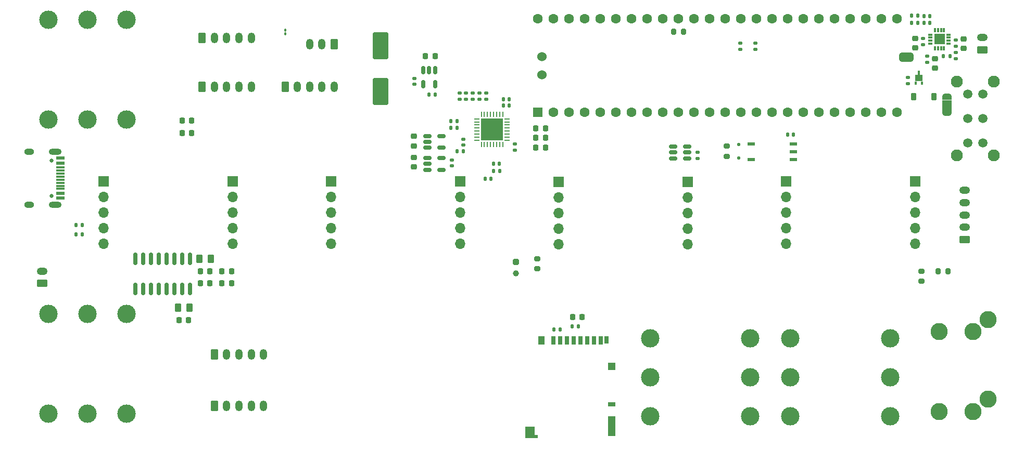
<source format=gts>
%TF.GenerationSoftware,KiCad,Pcbnew,9.0.1*%
%TF.CreationDate,2026-02-21T23:53:56+05:00*%
%TF.ProjectId,toern_revF,746f6572-6e5f-4726-9576-462e6b696361,rev?*%
%TF.SameCoordinates,Original*%
%TF.FileFunction,Soldermask,Top*%
%TF.FilePolarity,Negative*%
%FSLAX46Y46*%
G04 Gerber Fmt 4.6, Leading zero omitted, Abs format (unit mm)*
G04 Created by KiCad (PCBNEW 9.0.1) date 2026-02-21 23:53:56*
%MOMM*%
%LPD*%
G01*
G04 APERTURE LIST*
G04 Aperture macros list*
%AMRoundRect*
0 Rectangle with rounded corners*
0 $1 Rounding radius*
0 $2 $3 $4 $5 $6 $7 $8 $9 X,Y pos of 4 corners*
0 Add a 4 corners polygon primitive as box body*
4,1,4,$2,$3,$4,$5,$6,$7,$8,$9,$2,$3,0*
0 Add four circle primitives for the rounded corners*
1,1,$1+$1,$2,$3*
1,1,$1+$1,$4,$5*
1,1,$1+$1,$6,$7*
1,1,$1+$1,$8,$9*
0 Add four rect primitives between the rounded corners*
20,1,$1+$1,$2,$3,$4,$5,0*
20,1,$1+$1,$4,$5,$6,$7,0*
20,1,$1+$1,$6,$7,$8,$9,0*
20,1,$1+$1,$8,$9,$2,$3,0*%
%AMRotRect*
0 Rectangle, with rotation*
0 The origin of the aperture is its center*
0 $1 length*
0 $2 width*
0 $3 Rotation angle, in degrees counterclockwise*
0 Add horizontal line*
21,1,$1,$2,0,0,$3*%
%AMFreePoly0*
4,1,23,0.000000,0.745722,0.065263,0.745722,0.191342,0.711940,0.304381,0.646677,0.396677,0.554381,0.461940,0.441342,0.495722,0.315263,0.495722,0.250000,0.500000,0.250000,0.500000,-0.250000,0.495722,-0.250000,0.495722,-0.315263,0.461940,-0.441342,0.396677,-0.554381,0.304381,-0.646677,0.191342,-0.711940,0.065263,-0.745722,0.000000,-0.745722,0.000000,-0.750000,-0.550000,-0.750000,
-0.550000,0.750000,0.000000,0.750000,0.000000,0.745722,0.000000,0.745722,$1*%
%AMFreePoly1*
4,1,23,0.550000,-0.750000,0.000000,-0.750000,0.000000,-0.745722,-0.065263,-0.745722,-0.191342,-0.711940,-0.304381,-0.646677,-0.396677,-0.554381,-0.461940,-0.441342,-0.495722,-0.315263,-0.495722,-0.250000,-0.500000,-0.250000,-0.500000,0.250000,-0.495722,0.250000,-0.495722,0.315263,-0.461940,0.441342,-0.396677,0.554381,-0.304381,0.646677,-0.191342,0.711940,-0.065263,0.745722,0.000000,0.745722,
0.000000,0.750000,0.550000,0.750000,0.550000,-0.750000,0.550000,-0.750000,$1*%
%AMFreePoly2*
4,1,23,0.500000,-0.750000,0.000000,-0.750000,0.000000,-0.745722,-0.065263,-0.745722,-0.191342,-0.711940,-0.304381,-0.646677,-0.396677,-0.554381,-0.461940,-0.441342,-0.495722,-0.315263,-0.495722,-0.250000,-0.500000,-0.250000,-0.500000,0.250000,-0.495722,0.250000,-0.495722,0.315263,-0.461940,0.441342,-0.396677,0.554381,-0.304381,0.646677,-0.191342,0.711940,-0.065263,0.745722,0.000000,0.745722,
0.000000,0.750000,0.500000,0.750000,0.500000,-0.750000,0.500000,-0.750000,$1*%
%AMFreePoly3*
4,1,23,0.000000,0.745722,0.065263,0.745722,0.191342,0.711940,0.304381,0.646677,0.396677,0.554381,0.461940,0.441342,0.495722,0.315263,0.495722,0.250000,0.500000,0.250000,0.500000,-0.250000,0.495722,-0.250000,0.495722,-0.315263,0.461940,-0.441342,0.396677,-0.554381,0.304381,-0.646677,0.191342,-0.711940,0.065263,-0.745722,0.000000,-0.745722,0.000000,-0.750000,-0.500000,-0.750000,
-0.500000,0.750000,0.000000,0.750000,0.000000,0.745722,0.000000,0.745722,$1*%
G04 Aperture macros list end*
%ADD10FreePoly0,90.000000*%
%ADD11R,1.500000X1.000000*%
%ADD12FreePoly1,90.000000*%
%ADD13R,1.300000X1.000000*%
%ADD14R,0.310000X0.650000*%
%ADD15R,0.310000X0.500000*%
%ADD16C,1.500000*%
%ADD17C,1.950000*%
%ADD18FreePoly2,180.000000*%
%ADD19FreePoly3,180.000000*%
%ADD20R,0.800000X0.300000*%
%ADD21R,0.300000X0.800000*%
%ADD22R,1.800000X1.800000*%
%ADD23RoundRect,0.135000X-0.185000X0.135000X-0.185000X-0.135000X0.185000X-0.135000X0.185000X0.135000X0*%
%ADD24RoundRect,0.225000X0.225000X0.375000X-0.225000X0.375000X-0.225000X-0.375000X0.225000X-0.375000X0*%
%ADD25RoundRect,0.250000X-0.250000X0.250000X-0.250000X-0.250000X0.250000X-0.250000X0.250000X0.250000X0*%
%ADD26C,1.000000*%
%ADD27RoundRect,0.140000X-0.140000X-0.170000X0.140000X-0.170000X0.140000X0.170000X-0.140000X0.170000X0*%
%ADD28RoundRect,0.200000X-0.275000X0.200000X-0.275000X-0.200000X0.275000X-0.200000X0.275000X0.200000X0*%
%ADD29RoundRect,0.225000X-0.250000X0.225000X-0.250000X-0.225000X0.250000X-0.225000X0.250000X0.225000X0*%
%ADD30RoundRect,0.140000X0.170000X-0.140000X0.170000X0.140000X-0.170000X0.140000X-0.170000X-0.140000X0*%
%ADD31RoundRect,0.135000X-0.135000X-0.185000X0.135000X-0.185000X0.135000X0.185000X-0.135000X0.185000X0*%
%ADD32RoundRect,0.250000X0.625000X-0.350000X0.625000X0.350000X-0.625000X0.350000X-0.625000X-0.350000X0*%
%ADD33O,1.750000X1.200000*%
%ADD34RoundRect,0.250000X-0.350000X-0.625000X0.350000X-0.625000X0.350000X0.625000X-0.350000X0.625000X0*%
%ADD35O,1.200000X1.750000*%
%ADD36RoundRect,0.225000X0.225000X0.250000X-0.225000X0.250000X-0.225000X-0.250000X0.225000X-0.250000X0*%
%ADD37C,0.650000*%
%ADD38R,1.450000X0.600000*%
%ADD39R,1.450000X0.300000*%
%ADD40O,2.100000X1.000000*%
%ADD41O,1.600000X1.000000*%
%ADD42R,1.700000X1.700000*%
%ADD43O,1.700000X1.700000*%
%ADD44C,2.800000*%
%ADD45RoundRect,0.140000X0.140000X0.170000X-0.140000X0.170000X-0.140000X-0.170000X0.140000X-0.170000X0*%
%ADD46RoundRect,0.140000X-0.170000X0.140000X-0.170000X-0.140000X0.170000X-0.140000X0.170000X0.140000X0*%
%ADD47RoundRect,0.150000X-0.512500X-0.150000X0.512500X-0.150000X0.512500X0.150000X-0.512500X0.150000X0*%
%ADD48RoundRect,0.225000X-0.225000X-0.250000X0.225000X-0.250000X0.225000X0.250000X-0.225000X0.250000X0*%
%ADD49RoundRect,0.100000X-0.100000X0.130000X-0.100000X-0.130000X0.100000X-0.130000X0.100000X0.130000X0*%
%ADD50RoundRect,0.147500X0.147500X0.172500X-0.147500X0.172500X-0.147500X-0.172500X0.147500X-0.172500X0*%
%ADD51R,1.208024X0.466344*%
%ADD52RoundRect,0.250000X0.350000X0.625000X-0.350000X0.625000X-0.350000X-0.625000X0.350000X-0.625000X0*%
%ADD53C,3.000000*%
%ADD54RoundRect,0.250000X0.262500X0.450000X-0.262500X0.450000X-0.262500X-0.450000X0.262500X-0.450000X0*%
%ADD55RoundRect,0.150000X-0.150000X0.512500X-0.150000X-0.512500X0.150000X-0.512500X0.150000X0.512500X0*%
%ADD56RoundRect,0.200000X-0.200000X-0.275000X0.200000X-0.275000X0.200000X0.275000X-0.200000X0.275000X0*%
%ADD57RoundRect,0.250000X-1.000000X1.950000X-1.000000X-1.950000X1.000000X-1.950000X1.000000X1.950000X0*%
%ADD58RoundRect,0.135000X0.135000X0.185000X-0.135000X0.185000X-0.135000X-0.185000X0.135000X-0.185000X0*%
%ADD59RoundRect,0.150000X0.150000X-0.825000X0.150000X0.825000X-0.150000X0.825000X-0.150000X-0.825000X0*%
%ADD60RoundRect,0.125000X-0.125000X0.125000X-0.125000X-0.125000X0.125000X-0.125000X0.125000X0.125000X0*%
%ADD61RoundRect,0.062500X0.062500X-0.337500X0.062500X0.337500X-0.062500X0.337500X-0.062500X-0.337500X0*%
%ADD62RoundRect,0.062500X0.337500X-0.062500X0.337500X0.062500X-0.337500X0.062500X-0.337500X-0.062500X0*%
%ADD63R,3.600000X3.600000*%
%ADD64R,0.700000X1.400000*%
%ADD65R,0.700000X1.200000*%
%ADD66R,1.200000X0.800000*%
%ADD67R,1.500000X1.900000*%
%ADD68RotRect,0.200000X0.200000X45.000000*%
%ADD69R,0.500000X0.500000*%
%ADD70R,1.000000X1.400000*%
%ADD71R,1.200000X1.200000*%
%ADD72R,1.200000X3.200000*%
%ADD73RoundRect,0.135000X0.185000X-0.135000X0.185000X0.135000X-0.185000X0.135000X-0.185000X-0.135000X0*%
%ADD74R,1.600000X1.600000*%
%ADD75C,1.600000*%
%ADD76C,1.524000*%
G04 APERTURE END LIST*
G36*
X181417500Y-41675000D02*
G01*
X182917500Y-41675000D01*
X182917500Y-40175000D01*
X181417500Y-40175000D01*
X181417500Y-41675000D01*
G37*
G36*
X175700000Y-33875000D02*
G01*
X175400000Y-33875000D01*
X175400000Y-32375000D01*
X175700000Y-32375000D01*
X175700000Y-33875000D01*
G37*
D10*
X182167500Y-39625000D03*
D11*
X182167500Y-40925000D03*
D12*
X182167500Y-42225000D03*
D13*
X177575000Y-36525000D03*
D14*
X177575000Y-35700000D03*
D15*
X178075000Y-37425000D03*
X177075000Y-37425000D03*
D16*
X188000000Y-47150000D03*
X188000000Y-43150000D03*
X188000000Y-39150000D03*
X185500000Y-39150000D03*
X185500000Y-43150000D03*
X185500000Y-47150000D03*
D17*
X189750000Y-49150000D03*
X183750000Y-49150000D03*
X189750000Y-37150000D03*
X183750000Y-37150000D03*
D18*
X176200000Y-33125000D03*
D19*
X174900000Y-33125000D03*
D20*
X182425000Y-30975000D03*
X182425000Y-30475000D03*
X182425000Y-29975000D03*
X182425000Y-29475000D03*
D21*
X181675000Y-28725000D03*
X181175000Y-28725000D03*
X180675000Y-28725000D03*
X180175000Y-28725000D03*
D20*
X179425000Y-29475000D03*
X179425000Y-29975000D03*
X179425000Y-30475000D03*
X179425000Y-30975000D03*
D21*
X180175000Y-31725000D03*
X180675000Y-31725000D03*
X181175000Y-31725000D03*
X181675000Y-31725000D03*
D22*
X180925000Y-30225000D03*
D23*
X175775000Y-36415000D03*
X175775000Y-37435000D03*
D24*
X180050000Y-39625000D03*
X176750000Y-39625000D03*
D23*
X151000000Y-30902500D03*
X151000000Y-31922500D03*
D25*
X112000000Y-66500000D03*
D26*
X112000000Y-68400000D03*
D27*
X102500000Y-48500000D03*
X103460000Y-48500000D03*
D28*
X115500000Y-66000000D03*
X115500000Y-67650000D03*
D29*
X184875000Y-30200000D03*
X184875000Y-31750000D03*
D30*
X95565000Y-37552500D03*
X95565000Y-36592500D03*
D31*
X101480000Y-43540000D03*
X102500000Y-43540000D03*
D32*
X185000000Y-62865836D03*
D33*
X185000000Y-60865836D03*
X185000000Y-58865836D03*
X185000000Y-56865836D03*
X185000000Y-54865836D03*
D34*
X63000000Y-81600000D03*
D35*
X65000000Y-81600000D03*
X67000000Y-81600000D03*
X69000000Y-81600000D03*
X71000000Y-81600000D03*
D36*
X59275000Y-43500000D03*
X57725000Y-43500000D03*
D28*
X178000000Y-68000000D03*
X178000000Y-69650000D03*
D34*
X63000000Y-90000000D03*
D35*
X65000000Y-90000000D03*
X67000000Y-90000000D03*
X69000000Y-90000000D03*
X71000000Y-90000000D03*
D36*
X116830000Y-47850000D03*
X115280000Y-47850000D03*
D37*
X36550000Y-49970000D03*
X36550000Y-55750000D03*
D38*
X37995000Y-49610000D03*
X37995000Y-50410000D03*
D39*
X37995000Y-51610000D03*
X37995000Y-52610000D03*
X37995000Y-53110000D03*
X37995000Y-54110000D03*
D38*
X37995000Y-55310000D03*
X37995000Y-56110000D03*
X37995000Y-56110000D03*
X37995000Y-55310000D03*
D39*
X37995000Y-54610000D03*
X37995000Y-53610000D03*
X37995000Y-52110000D03*
X37995000Y-51110000D03*
D38*
X37995000Y-50410000D03*
X37995000Y-49610000D03*
D40*
X37080000Y-48540000D03*
D41*
X32900000Y-48540000D03*
D40*
X37080000Y-57180000D03*
D41*
X32900000Y-57180000D03*
D23*
X103920000Y-39000000D03*
X103920000Y-40020000D03*
D42*
X82000000Y-53425000D03*
X103000000Y-53425051D03*
D43*
X82000000Y-55965000D03*
X103000000Y-55965051D03*
X82000000Y-58505000D03*
X103000000Y-58505051D03*
X82000000Y-61045000D03*
X103000000Y-61045051D03*
X82000000Y-63585000D03*
X103000000Y-63585051D03*
D34*
X61000000Y-38000000D03*
D35*
X63000000Y-38000000D03*
X65000000Y-38000000D03*
X67000000Y-38000000D03*
X69000000Y-38000000D03*
D31*
X101480000Y-44680000D03*
X102500000Y-44680000D03*
D44*
X180900000Y-90900000D03*
X188800000Y-88900000D03*
X186400000Y-90900000D03*
D45*
X122180000Y-77020000D03*
X121220000Y-77020000D03*
D46*
X101617500Y-49910000D03*
X101617500Y-50870000D03*
D47*
X137632500Y-47740000D03*
X137632500Y-48690000D03*
X137632500Y-49640000D03*
X139907500Y-49640000D03*
X139907500Y-48690000D03*
X139907500Y-47740000D03*
D23*
X183600000Y-32390000D03*
X183600000Y-33410000D03*
D27*
X110020000Y-40000000D03*
X110980000Y-40000000D03*
D47*
X97620920Y-49585520D03*
X97620920Y-50535520D03*
X97620920Y-51485520D03*
X99895920Y-51485520D03*
X99895920Y-49585520D03*
D36*
X116845000Y-46310000D03*
X115295000Y-46310000D03*
D46*
X178275000Y-30125000D03*
X178275000Y-31085000D03*
D23*
X183575000Y-30390000D03*
X183575000Y-31410000D03*
D48*
X121225000Y-75500000D03*
X122775000Y-75500000D03*
D49*
X74500000Y-28720000D03*
X74500000Y-29360000D03*
D50*
X179360000Y-27550000D03*
X178390000Y-27550000D03*
D23*
X106140000Y-39000000D03*
X106140000Y-40020000D03*
D51*
X150276600Y-47320000D03*
X150276600Y-49860000D03*
X157160000Y-49860000D03*
X157160000Y-48590000D03*
X157160000Y-47320000D03*
D23*
X107230000Y-39000000D03*
X107230000Y-40020000D03*
D52*
X82500000Y-31000000D03*
D35*
X80500000Y-31000000D03*
X78500000Y-31000000D03*
D46*
X111900000Y-47320000D03*
X111900000Y-48280000D03*
D53*
X150120000Y-85350000D03*
X133890000Y-85350000D03*
X150120000Y-91700000D03*
X133890000Y-91700000D03*
X150120000Y-79000000D03*
X133890000Y-79000000D03*
D27*
X156210000Y-45760000D03*
X157170000Y-45760000D03*
D31*
X181590000Y-32950000D03*
X182610000Y-32950000D03*
X40500000Y-60500000D03*
X41520000Y-60500000D03*
D42*
X119000000Y-53460000D03*
X140000000Y-53460051D03*
D43*
X119000000Y-56000000D03*
X140000000Y-56000051D03*
X119000000Y-58540000D03*
X140000000Y-58540051D03*
X119000000Y-61080000D03*
X140000000Y-61080051D03*
X119000000Y-63620000D03*
X140000000Y-63620051D03*
D54*
X58912500Y-74000000D03*
X57087500Y-74000000D03*
D55*
X98880000Y-35285000D03*
X97930000Y-35285000D03*
X96980000Y-35285000D03*
X96980000Y-37560000D03*
X98880000Y-37560000D03*
D56*
X180675000Y-68000000D03*
X182325000Y-68000000D03*
D31*
X40500000Y-62000000D03*
X41520000Y-62000000D03*
D57*
X90000000Y-31300000D03*
X90000000Y-38700000D03*
D36*
X116840000Y-44790000D03*
X115290000Y-44790000D03*
D48*
X60725000Y-70000000D03*
X62275000Y-70000000D03*
D53*
X42331020Y-43307339D03*
X42331020Y-27077339D03*
X35981020Y-43307339D03*
X35981020Y-27077339D03*
X48681020Y-43307339D03*
X48681020Y-27077339D03*
D29*
X95450000Y-46050000D03*
X95450000Y-47600000D03*
D36*
X62275000Y-68000000D03*
X60725000Y-68000000D03*
D32*
X35000000Y-70000000D03*
D33*
X35000000Y-68000000D03*
D36*
X59275000Y-45500000D03*
X57725000Y-45500000D03*
D58*
X119240000Y-77500000D03*
X118220000Y-77500000D03*
D50*
X179360000Y-26425000D03*
X178390000Y-26425000D03*
D58*
X177385000Y-27550000D03*
X176365000Y-27550000D03*
D46*
X141567500Y-48690000D03*
X141567500Y-49650000D03*
D59*
X50110000Y-70950000D03*
X51380000Y-70950000D03*
X52650000Y-70950000D03*
X53920000Y-70950000D03*
X55190000Y-70950000D03*
X56460000Y-70950000D03*
X57730000Y-70950000D03*
X59000000Y-70950000D03*
X59000000Y-66000000D03*
X57730000Y-66000000D03*
X56460000Y-66000000D03*
X55190000Y-66000000D03*
X53920000Y-66000000D03*
X52650000Y-66000000D03*
X51380000Y-66000000D03*
X50110000Y-66000000D03*
D32*
X187875000Y-31975000D03*
D33*
X187875000Y-29975000D03*
D23*
X102870000Y-39000000D03*
X102870000Y-40020000D03*
D47*
X97632500Y-46000000D03*
X97632500Y-46950000D03*
X97632500Y-47900000D03*
X99907500Y-47900000D03*
X99907500Y-46000000D03*
D23*
X105050000Y-39000000D03*
X105050000Y-40020000D03*
D60*
X148276528Y-47347164D03*
X148276528Y-49547164D03*
D34*
X74500000Y-38000000D03*
D35*
X76500000Y-38000000D03*
X78500000Y-38000000D03*
X80500000Y-38000000D03*
X82500000Y-38000000D03*
D42*
X45000000Y-53425000D03*
X66000000Y-53425051D03*
D43*
X45000000Y-55965000D03*
X66000000Y-55965051D03*
X45000000Y-58505000D03*
X66000000Y-58505051D03*
X45000000Y-61045000D03*
X66000000Y-61045051D03*
X45000000Y-63585000D03*
X66000000Y-63585051D03*
D36*
X65775000Y-70000000D03*
X64225000Y-70000000D03*
D23*
X178950000Y-32990000D03*
X178950000Y-34010000D03*
D48*
X57225000Y-76000000D03*
X58775000Y-76000000D03*
D36*
X98880000Y-33022500D03*
X97330000Y-33022500D03*
D29*
X95443778Y-49508225D03*
X95443778Y-51058225D03*
D44*
X180900000Y-77900000D03*
X188800000Y-75900000D03*
X186400000Y-77900000D03*
D61*
X106410000Y-47400000D03*
X106910000Y-47400000D03*
X107410000Y-47400000D03*
X107910000Y-47400000D03*
X108410000Y-47400000D03*
X108910000Y-47400000D03*
X109410000Y-47400000D03*
X109910000Y-47400000D03*
D62*
X110610000Y-46700000D03*
X110610000Y-46200000D03*
X110610000Y-45700000D03*
X110610000Y-45200000D03*
X110610000Y-44700000D03*
X110610000Y-44200000D03*
X110610000Y-43700000D03*
X110610000Y-43200000D03*
D61*
X109910000Y-42500000D03*
X109410000Y-42500000D03*
X108910000Y-42500000D03*
X108410000Y-42500000D03*
X107910000Y-42500000D03*
X107410000Y-42500000D03*
X106910000Y-42500000D03*
X106410000Y-42500000D03*
D62*
X105710000Y-43200000D03*
X105710000Y-43700000D03*
X105710000Y-44200000D03*
X105710000Y-44700000D03*
X105710000Y-45200000D03*
X105710000Y-45700000D03*
X105710000Y-46200000D03*
X105710000Y-46700000D03*
D63*
X108160000Y-44950000D03*
D64*
X118125000Y-79300000D03*
X119225000Y-79300000D03*
X120325000Y-79300000D03*
X121425000Y-79300000D03*
X122525000Y-79300000D03*
X123625000Y-79300000D03*
X124725000Y-79300000D03*
X125825000Y-79300000D03*
D65*
X126775000Y-79200000D03*
D66*
X127625000Y-89700000D03*
D67*
X114325000Y-94300000D03*
D68*
X115075000Y-94750000D03*
D69*
X115325000Y-95000000D03*
D70*
X116225000Y-79300000D03*
D71*
X127625000Y-83500000D03*
D72*
X127625000Y-93300000D03*
D27*
X110020000Y-41000000D03*
X110980000Y-41000000D03*
D54*
X62412500Y-66000000D03*
X60587500Y-66000000D03*
D27*
X108400000Y-50520000D03*
X109360000Y-50520000D03*
D53*
X172875000Y-85350000D03*
X156645000Y-85350000D03*
X172875000Y-91700000D03*
X156645000Y-91700000D03*
X172875000Y-79000000D03*
X156645000Y-79000000D03*
D48*
X64225000Y-68000000D03*
X65775000Y-68000000D03*
D29*
X177000000Y-30100000D03*
X177000000Y-31650000D03*
D58*
X177385000Y-26400000D03*
X176365000Y-26400000D03*
D46*
X103500000Y-46500000D03*
X103500000Y-47460000D03*
D34*
X61000000Y-30000000D03*
D35*
X63000000Y-30000000D03*
X65000000Y-30000000D03*
X67000000Y-30000000D03*
X69000000Y-30000000D03*
D29*
X180200000Y-33400000D03*
X180200000Y-34950000D03*
D45*
X98895000Y-39232500D03*
X97935000Y-39232500D03*
D73*
X148500000Y-31922500D03*
X148500000Y-30902500D03*
D27*
X107040000Y-53000000D03*
X108000000Y-53000000D03*
D42*
X156000000Y-53425000D03*
X177000000Y-53425051D03*
D43*
X156000000Y-55965000D03*
X177000000Y-55965051D03*
X156000000Y-58505000D03*
X177000000Y-58505051D03*
X156000000Y-61045000D03*
X177000000Y-61045051D03*
X156000000Y-63585000D03*
X177000000Y-63585051D03*
D56*
X137675000Y-29000000D03*
X139325000Y-29000000D03*
D74*
X115560000Y-42150000D03*
D75*
X118100000Y-42150000D03*
X120640000Y-42150000D03*
X123180000Y-42150000D03*
X125720000Y-42150000D03*
X128260000Y-42150000D03*
X130800000Y-42150000D03*
X133340000Y-42150000D03*
X135880000Y-42150000D03*
X138420000Y-42150000D03*
X140960000Y-42150000D03*
X143500000Y-42150000D03*
X146040000Y-42150000D03*
X148580000Y-42150000D03*
X151120000Y-42150000D03*
X153660000Y-42150000D03*
X156200000Y-42150000D03*
X158740000Y-42150000D03*
X161280000Y-42150000D03*
X163820000Y-42150000D03*
X166360000Y-42150000D03*
X168900000Y-42150000D03*
X171440000Y-42150000D03*
X173980000Y-42150000D03*
X173980000Y-26910000D03*
X171440000Y-26910000D03*
X168900000Y-26910000D03*
X166360000Y-26910000D03*
X163820000Y-26910000D03*
X161280000Y-26910000D03*
X158740000Y-26910000D03*
X156200000Y-26910000D03*
X153660000Y-26910000D03*
X151120000Y-26910000D03*
X148580000Y-26910000D03*
X146040000Y-26910000D03*
X143500000Y-26910000D03*
X140960000Y-26910000D03*
X138420000Y-26910000D03*
X135880000Y-26910000D03*
X133340000Y-26910000D03*
X130800000Y-26910000D03*
X128260000Y-26910000D03*
X125720000Y-26910000D03*
X123180000Y-26910000D03*
X120640000Y-26910000D03*
X118100000Y-26910000D03*
X115560000Y-26910000D03*
D76*
X116270000Y-33030000D03*
X116270000Y-36030000D03*
D28*
X146340000Y-47635000D03*
X146340000Y-49285000D03*
D27*
X108440000Y-51680000D03*
X109400000Y-51680000D03*
D53*
X42350000Y-91230000D03*
X42350000Y-75000000D03*
X36000000Y-91230000D03*
X36000000Y-75000000D03*
X48700000Y-91230000D03*
X48700000Y-75000000D03*
M02*

</source>
